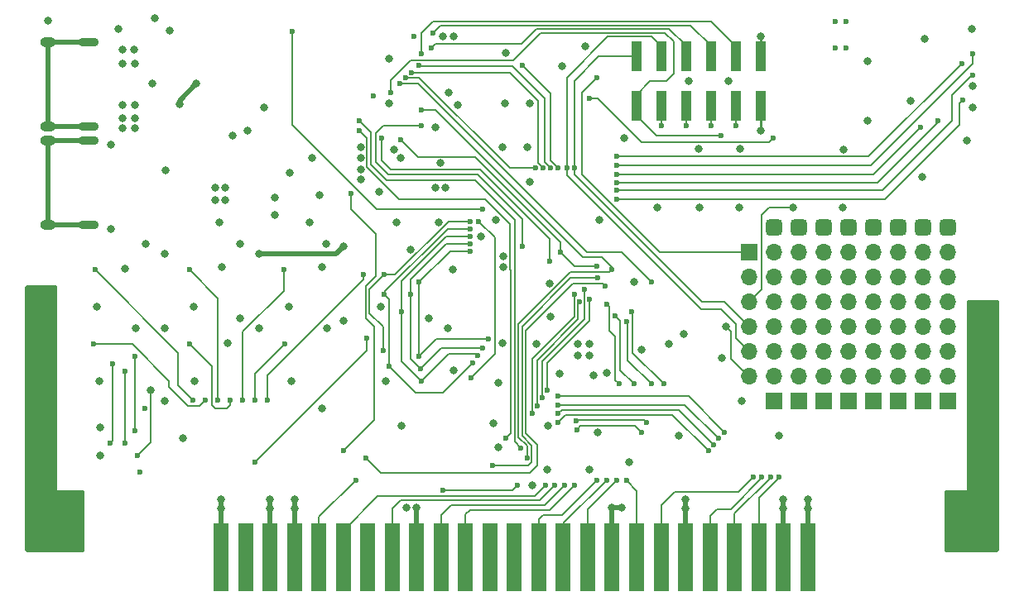
<source format=gbl>
G04 #@! TF.GenerationSoftware,KiCad,Pcbnew,(6.0.7)*
G04 #@! TF.CreationDate,2022-08-14T23:11:46+02:00*
G04 #@! TF.ProjectId,picocart64_v2,7069636f-6361-4727-9436-345f76322e6b,rev?*
G04 #@! TF.SameCoordinates,Original*
G04 #@! TF.FileFunction,Copper,L4,Bot*
G04 #@! TF.FilePolarity,Positive*
%FSLAX46Y46*%
G04 Gerber Fmt 4.6, Leading zero omitted, Abs format (unit mm)*
G04 Created by KiCad (PCBNEW (6.0.7)) date 2022-08-14 23:11:46*
%MOMM*%
%LPD*%
G01*
G04 APERTURE LIST*
G04 Aperture macros list*
%AMRoundRect*
0 Rectangle with rounded corners*
0 $1 Rounding radius*
0 $2 $3 $4 $5 $6 $7 $8 $9 X,Y pos of 4 corners*
0 Add a 4 corners polygon primitive as box body*
4,1,4,$2,$3,$4,$5,$6,$7,$8,$9,$2,$3,0*
0 Add four circle primitives for the rounded corners*
1,1,$1+$1,$2,$3*
1,1,$1+$1,$4,$5*
1,1,$1+$1,$6,$7*
1,1,$1+$1,$8,$9*
0 Add four rect primitives between the rounded corners*
20,1,$1+$1,$2,$3,$4,$5,0*
20,1,$1+$1,$4,$5,$6,$7,0*
20,1,$1+$1,$6,$7,$8,$9,0*
20,1,$1+$1,$8,$9,$2,$3,0*%
G04 Aperture macros list end*
G04 #@! TA.AperFunction,ComponentPad*
%ADD10O,1.600000X1.000000*%
G04 #@! TD*
G04 #@! TA.AperFunction,ComponentPad*
%ADD11O,2.100000X0.900000*%
G04 #@! TD*
G04 #@! TA.AperFunction,ComponentPad*
%ADD12C,2.500000*%
G04 #@! TD*
G04 #@! TA.AperFunction,ComponentPad*
%ADD13O,1.700000X1.700000*%
G04 #@! TD*
G04 #@! TA.AperFunction,ComponentPad*
%ADD14R,1.700000X1.700000*%
G04 #@! TD*
G04 #@! TA.AperFunction,ComponentPad*
%ADD15RoundRect,0.425000X-0.425000X-0.425000X0.425000X-0.425000X0.425000X0.425000X-0.425000X0.425000X0*%
G04 #@! TD*
G04 #@! TA.AperFunction,SMDPad,CuDef*
%ADD16R,1.500000X7.000000*%
G04 #@! TD*
G04 #@! TA.AperFunction,SMDPad,CuDef*
%ADD17R,1.000000X3.150000*%
G04 #@! TD*
G04 #@! TA.AperFunction,ViaPad*
%ADD18C,0.800000*%
G04 #@! TD*
G04 #@! TA.AperFunction,ViaPad*
%ADD19C,0.600000*%
G04 #@! TD*
G04 #@! TA.AperFunction,Conductor*
%ADD20C,0.150000*%
G04 #@! TD*
G04 #@! TA.AperFunction,Conductor*
%ADD21C,0.152400*%
G04 #@! TD*
G04 #@! TA.AperFunction,Conductor*
%ADD22C,0.500000*%
G04 #@! TD*
G04 #@! TA.AperFunction,Conductor*
%ADD23C,0.250000*%
G04 #@! TD*
G04 APERTURE END LIST*
D10*
X102524000Y-72174600D03*
D11*
X106704000Y-63534600D03*
D10*
X102524000Y-63534600D03*
D11*
X106704000Y-72174600D03*
D10*
X102532600Y-82270800D03*
X102532600Y-73630800D03*
D11*
X106712600Y-73630800D03*
X106712600Y-82270800D03*
D12*
X102850000Y-112600000D03*
X197650000Y-112600000D03*
D13*
X174257000Y-97777000D03*
X174257000Y-95237000D03*
X174257000Y-92697000D03*
X174257000Y-90157000D03*
X174257000Y-87617000D03*
D14*
X174257000Y-85077000D03*
X179337000Y-100317000D03*
X194577000Y-100317000D03*
X176797000Y-100317000D03*
X181877000Y-100317000D03*
X186957000Y-100317000D03*
X192037000Y-100317000D03*
X184417000Y-100317000D03*
X189497000Y-100317000D03*
D15*
X181877000Y-82537000D03*
X179337000Y-82537000D03*
X184417000Y-82537000D03*
X194577000Y-82537000D03*
X176797000Y-82537000D03*
X186957000Y-82537000D03*
X192037000Y-82537000D03*
X189497000Y-82537000D03*
D13*
X176797000Y-92697000D03*
X192037000Y-95237000D03*
X186957000Y-92697000D03*
X184417000Y-95237000D03*
X176797000Y-85077000D03*
X194577000Y-87617000D03*
X184417000Y-87617000D03*
X194577000Y-90157000D03*
X189497000Y-97777000D03*
X179337000Y-87617000D03*
X194577000Y-92697000D03*
X189497000Y-87617000D03*
X189497000Y-92697000D03*
X181877000Y-95237000D03*
X189497000Y-95237000D03*
X184417000Y-92697000D03*
X189497000Y-90157000D03*
X179337000Y-90157000D03*
X192037000Y-90157000D03*
X186957000Y-90157000D03*
X181877000Y-87617000D03*
X181877000Y-97777000D03*
X179337000Y-95237000D03*
X179337000Y-97777000D03*
X181877000Y-92697000D03*
X179337000Y-92697000D03*
X184417000Y-85077000D03*
X192037000Y-92697000D03*
X179337000Y-85077000D03*
X186957000Y-97777000D03*
X184417000Y-90157000D03*
X192037000Y-85077000D03*
X186957000Y-87617000D03*
X181877000Y-90157000D03*
X184417000Y-97777000D03*
X186957000Y-85077000D03*
X181877000Y-85077000D03*
X176797000Y-87617000D03*
X176797000Y-95237000D03*
X192037000Y-87617000D03*
X176797000Y-90157000D03*
X176797000Y-97777000D03*
X189497000Y-85077000D03*
X194577000Y-95237000D03*
X192037000Y-97777000D03*
X194577000Y-97777000D03*
X186957000Y-95237000D03*
X194577000Y-85077000D03*
D16*
X180241000Y-116332000D03*
X177741000Y-116332000D03*
X175241000Y-116332000D03*
X172741000Y-116332000D03*
X170241000Y-116332000D03*
X167741000Y-116332000D03*
X165241000Y-116332000D03*
X162741000Y-116332000D03*
X160241000Y-116332000D03*
X157741000Y-116332000D03*
X155241000Y-116332000D03*
X152741000Y-116332000D03*
X150241000Y-116332000D03*
X147741000Y-116332000D03*
X145241000Y-116332000D03*
X142741000Y-116332000D03*
X140241000Y-116332000D03*
X137741000Y-116332000D03*
X135241000Y-116332000D03*
X132741000Y-116332000D03*
X130241000Y-116332000D03*
X127741000Y-116332000D03*
X125241000Y-116332000D03*
X122741000Y-116332000D03*
X120241000Y-116332000D03*
D17*
X162700000Y-65026000D03*
X162700000Y-70076000D03*
X165240000Y-65026000D03*
X165240000Y-70076000D03*
X167780000Y-65026000D03*
X167780000Y-70076000D03*
X170320000Y-65026000D03*
X170320000Y-70076000D03*
X172860000Y-65026000D03*
X172860000Y-70076000D03*
X175400000Y-65026000D03*
X175400000Y-70076000D03*
D18*
X173311000Y-74519000D03*
X169120000Y-74519000D03*
X158909200Y-81758000D03*
X130569000Y-101079000D03*
X148603000Y-105016000D03*
X153556000Y-107302000D03*
X157874000Y-107302000D03*
X161938000Y-106540000D03*
X177305000Y-103873000D03*
X173495000Y-100317000D03*
X167018000Y-103873000D03*
X148603000Y-98412000D03*
X144031000Y-97142000D03*
X138189000Y-82029000D03*
X129299000Y-82029000D03*
X120028000Y-82029000D03*
X130315000Y-79235000D03*
X129553000Y-75425000D03*
X136411000Y-78854000D03*
X151778000Y-77838000D03*
X148349000Y-81775000D03*
X146825000Y-83426000D03*
X110376000Y-86728000D03*
X107836000Y-102984000D03*
X116345000Y-104127000D03*
X152032000Y-108953000D03*
X148095000Y-102603000D03*
X138697000Y-102857000D03*
X120917000Y-94348000D03*
X130569000Y-86601000D03*
X120282000Y-86601000D03*
X114541600Y-76695000D03*
X124600000Y-70218000D03*
X137427000Y-65265000D03*
X155080000Y-66027000D03*
X183909000Y-74536000D03*
X190767000Y-69583000D03*
X191910000Y-77330000D03*
X183782000Y-80505000D03*
X173241000Y-80505000D03*
X169177000Y-80505000D03*
X164859000Y-80505000D03*
X142507000Y-82029000D03*
D19*
X150508000Y-108953000D03*
D18*
X140221000Y-111239000D03*
X139205000Y-111239000D03*
X152518000Y-94453000D03*
X110200000Y-72341400D03*
X110200000Y-71341400D03*
X111400000Y-71341400D03*
X111400000Y-72341400D03*
X102108000Y-105156000D03*
X180250000Y-111350000D03*
X180250000Y-110400000D03*
X177750000Y-111350000D03*
X177750000Y-110400000D03*
X167750000Y-110400000D03*
X167750000Y-111350000D03*
X127750000Y-111350000D03*
X127750000Y-110400000D03*
X149365000Y-64630000D03*
X142126000Y-72250000D03*
X139586000Y-84823000D03*
X120637600Y-79743000D03*
X125235000Y-110395916D03*
X114948000Y-62344000D03*
X102502000Y-61328000D03*
X198000000Y-108000000D03*
X107836000Y-105905000D03*
X127464000Y-98285000D03*
X142126000Y-78473000D03*
X144412000Y-69964000D03*
X107779000Y-98285000D03*
X110179000Y-64341400D03*
X121399600Y-73139000D03*
X120637600Y-78473000D03*
X158763000Y-103492000D03*
X141491000Y-91808000D03*
X161430000Y-73393000D03*
X168034000Y-67551000D03*
X143142000Y-78473000D03*
X151778000Y-69837000D03*
X172098000Y-67551000D03*
X122949000Y-72631000D03*
X125235000Y-111345916D03*
X111379000Y-64341400D03*
X127210000Y-90665000D03*
X197117000Y-70218000D03*
X153810000Y-88252000D03*
X166002000Y-94475000D03*
X134506000Y-77584000D03*
X167526000Y-93459000D03*
X153683000Y-102857000D03*
X109741000Y-62217000D03*
X117431000Y-90665000D03*
X119621600Y-79743000D03*
X148984000Y-94348000D03*
X111519000Y-92824000D03*
X122187000Y-84188000D03*
D19*
X135776000Y-69075000D03*
D18*
X108979000Y-74028000D03*
X157874000Y-94475000D03*
X159652000Y-97396000D03*
X157874000Y-95618000D03*
X171463000Y-95872000D03*
X120231200Y-110390600D03*
X107525000Y-90665000D03*
X120231200Y-111340600D03*
X122187000Y-91808000D03*
D19*
X184163000Y-64122000D03*
D18*
X156731000Y-95618000D03*
X186322000Y-71615000D03*
X157493000Y-63995000D03*
X186322000Y-65519000D03*
X196482000Y-73647000D03*
X162446000Y-88125000D03*
X175400000Y-72631000D03*
X119621600Y-78473000D03*
X131077000Y-92824000D03*
X130950000Y-84188000D03*
X134506000Y-75425000D03*
X137116000Y-98285000D03*
X134506000Y-74282000D03*
X198000000Y-109000000D03*
D19*
X112408000Y-101079000D03*
D18*
X113170000Y-67805000D03*
X151524000Y-74282000D03*
X192164000Y-63233000D03*
X117558000Y-98285000D03*
D19*
X183020000Y-64122000D03*
D18*
X144031000Y-62979000D03*
X136538000Y-90665000D03*
X112535000Y-84188000D03*
X134506000Y-76568000D03*
X156731000Y-94475000D03*
X108979000Y-82664000D03*
X102108000Y-106680000D03*
X196990000Y-62217000D03*
X142888000Y-62979000D03*
X114440000Y-85204000D03*
X143904000Y-86855000D03*
X138570000Y-75425000D03*
X143396000Y-92824000D03*
D19*
X184163000Y-61455000D03*
X139967000Y-62979000D03*
D18*
X153937000Y-91681000D03*
X114440000Y-100317000D03*
X125743000Y-79489000D03*
X142689063Y-75899500D03*
X163208000Y-95104500D03*
X137427000Y-69837000D03*
X132728000Y-92062000D03*
X149238000Y-69837000D03*
X124092000Y-85204000D03*
X149111000Y-86601000D03*
X143523000Y-68694000D03*
D19*
X111900000Y-107556000D03*
D18*
X114440000Y-92824000D03*
X175400000Y-62979000D03*
X158300619Y-97667019D03*
X154894290Y-97495738D03*
X137935000Y-74536000D03*
D19*
X183020000Y-61455000D03*
D18*
X125743000Y-81267000D03*
X124092000Y-92824000D03*
X113424000Y-61074000D03*
X197117000Y-68059000D03*
X149144500Y-85458000D03*
X148984000Y-74282000D03*
X132729855Y-84442530D03*
X115964000Y-69938600D03*
X117722100Y-67805000D03*
X110200000Y-65741400D03*
X111400000Y-70041400D03*
X110200000Y-70041400D03*
X111400000Y-65741400D03*
D19*
X197117000Y-64757000D03*
X160668000Y-76187000D03*
X195974000Y-65773000D03*
X160668000Y-75272600D03*
X197117000Y-66916000D03*
X160668000Y-78727000D03*
X196101000Y-69456000D03*
X160668000Y-79616000D03*
X193561000Y-71615000D03*
X160668000Y-77965000D03*
X191783000Y-72250000D03*
X160668000Y-77076000D03*
D18*
X161176000Y-111239000D03*
X127267000Y-76949000D03*
X160241000Y-111252000D03*
D19*
X174638000Y-108064000D03*
X175527000Y-108064000D03*
X176416000Y-108064000D03*
X177305000Y-108064000D03*
X162446000Y-98539000D03*
X160541000Y-91554000D03*
X159652000Y-90411000D03*
X160922000Y-98539000D03*
X158636000Y-108445000D03*
X159652000Y-108445000D03*
X160668000Y-108445000D03*
X161684000Y-108445000D03*
X150895500Y-105143000D03*
X134379000Y-71615000D03*
X160160000Y-86855000D03*
X151524000Y-106159000D03*
X140729000Y-70472000D03*
X153429000Y-108953000D03*
X154318000Y-108953000D03*
X155334000Y-108953000D03*
X156350000Y-108953000D03*
X154699000Y-102476000D03*
X170066000Y-105397000D03*
X170574000Y-104762000D03*
X154699000Y-101587000D03*
X171082000Y-104127000D03*
X154699000Y-100698000D03*
X154699000Y-99809000D03*
X171717000Y-103492000D03*
X163218500Y-103492000D03*
X156604000Y-103238000D03*
X163716000Y-102476000D03*
X156594500Y-102349000D03*
X161684000Y-92189000D03*
X164224000Y-98539000D03*
X162192000Y-91173000D03*
X165494000Y-98539000D03*
X142888000Y-109461000D03*
X147968000Y-106921000D03*
X158763000Y-87738000D03*
X149365000Y-104127000D03*
X134379000Y-72631000D03*
X145809000Y-97904000D03*
X146571000Y-81902000D03*
X146952000Y-80632000D03*
X127521000Y-62471000D03*
X145682000Y-81902000D03*
X136792000Y-95110002D03*
X136919000Y-87363000D03*
X137427000Y-96761000D03*
X108852000Y-104635000D03*
X145936000Y-96380000D03*
X109106000Y-96507000D03*
X136919000Y-89395000D03*
X145682000Y-82664000D03*
X138697000Y-91173000D03*
D18*
X113043000Y-99174000D03*
D19*
X146444000Y-95618000D03*
X140729000Y-98285000D03*
X145682000Y-83426000D03*
X111646000Y-105905000D03*
X140602000Y-97015000D03*
X145682000Y-84188000D03*
X139586000Y-89395000D03*
X110376000Y-104635000D03*
X110376000Y-97269000D03*
X146952000Y-94856000D03*
X145682000Y-84950000D03*
X140475000Y-88125000D03*
X111392000Y-103365000D03*
X111392000Y-95745000D03*
X140475000Y-95745000D03*
X147587000Y-93967000D03*
X107328000Y-86855000D03*
X117361000Y-100190000D03*
X107201000Y-94475000D03*
X118631000Y-100190000D03*
X119901000Y-100190000D03*
X116980000Y-86855000D03*
X116980000Y-94475000D03*
X121171000Y-100190000D03*
X122441000Y-100190000D03*
X126632000Y-86855000D03*
X123711000Y-100190000D03*
X126759000Y-94475000D03*
X134760000Y-87363000D03*
X124981000Y-100190000D03*
X154699000Y-76441000D03*
X151016000Y-65900000D03*
X157880500Y-89903000D03*
X153556000Y-99174000D03*
X153937000Y-76441000D03*
X157401000Y-88887000D03*
X140475000Y-65900000D03*
X153048000Y-99936000D03*
X156858000Y-90157000D03*
X153175000Y-76441000D03*
X152540000Y-100825000D03*
X139713000Y-66662000D03*
X139078000Y-67170000D03*
X152032000Y-101587000D03*
X156397500Y-89395000D03*
X152413000Y-76441000D03*
X158636000Y-67170000D03*
X157874000Y-69329000D03*
X176670000Y-73393000D03*
D18*
X178702000Y-80505000D03*
D19*
X156350000Y-76441000D03*
X155588000Y-76441000D03*
D18*
X171844000Y-92697000D03*
D19*
X137554000Y-68694000D03*
X171336000Y-73139000D03*
X159525000Y-88506000D03*
X135014000Y-106159000D03*
X133998000Y-108445000D03*
X133490000Y-79091500D03*
X132728000Y-105397000D03*
X164224000Y-88125000D03*
X172860000Y-72123000D03*
X138564285Y-67810715D03*
X165240000Y-72123000D03*
X158636000Y-86474000D03*
X138570000Y-73520000D03*
X154953000Y-85077000D03*
X140729000Y-64757000D03*
X136665000Y-73393000D03*
X153810000Y-85966000D03*
X140729500Y-72123000D03*
X151016000Y-84442000D03*
X135141000Y-93840000D03*
X123711000Y-106540000D03*
X170320000Y-72123000D03*
X167780000Y-72123000D03*
X141872000Y-62598000D03*
X141745000Y-64122000D03*
D20*
X160160000Y-86855000D02*
X159906000Y-87109000D01*
X159906000Y-87109000D02*
X155969000Y-87109000D01*
X155969000Y-87109000D02*
X150635000Y-92443000D01*
X150635000Y-92443000D02*
X150635000Y-104022782D01*
X150635000Y-104022782D02*
X151524000Y-104911782D01*
X151524000Y-104911782D02*
X151524000Y-106159000D01*
D21*
X159525000Y-88506000D02*
X159271000Y-88252000D01*
X152540000Y-106921000D02*
X151778000Y-107683000D01*
X159271000Y-88252000D02*
X156223000Y-88252000D01*
X156223000Y-88252000D02*
X151397000Y-93078000D01*
X151397000Y-93078000D02*
X151397000Y-103619000D01*
X151397000Y-103619000D02*
X152540000Y-104762000D01*
X151778000Y-107683000D02*
X136538000Y-107683000D01*
X152540000Y-104762000D02*
X152540000Y-106921000D01*
X136538000Y-107683000D02*
X135014000Y-106159000D01*
D20*
X157880500Y-89903000D02*
X157880500Y-92060869D01*
X157880500Y-92060869D02*
X153556000Y-96385369D01*
X153556000Y-96385369D02*
X153556000Y-99174000D01*
X158763000Y-87738000D02*
X155975000Y-87738000D01*
X155975000Y-87738000D02*
X151016000Y-92697000D01*
X151016000Y-92697000D02*
X151016000Y-103849956D01*
X152026000Y-106546000D02*
X151651000Y-106921000D01*
X151016000Y-103849956D02*
X152026000Y-104859956D01*
X152026000Y-104859956D02*
X152026000Y-106546000D01*
X151651000Y-106921000D02*
X147968000Y-106921000D01*
X136665000Y-73393000D02*
X136665000Y-75679000D01*
X136665000Y-75679000D02*
X137554000Y-76568000D01*
X137554000Y-76568000D02*
X146698000Y-76568000D01*
X146698000Y-76568000D02*
X153810000Y-83680000D01*
X153810000Y-83680000D02*
X153810000Y-85966000D01*
X151016000Y-84442000D02*
X151016000Y-81648000D01*
X151016000Y-81648000D02*
X146444000Y-77076000D01*
X146444000Y-77076000D02*
X137300000Y-77076000D01*
X137300000Y-77076000D02*
X136030000Y-75806000D01*
X136030000Y-72885000D02*
X136792000Y-72123000D01*
X136792000Y-72123000D02*
X140729500Y-72123000D01*
X136030000Y-75806000D02*
X136030000Y-72885000D01*
X134379000Y-71615000D02*
X135522000Y-72758000D01*
X135522000Y-72758000D02*
X135522000Y-76060000D01*
X150254000Y-81775000D02*
X150254000Y-104501500D01*
X135522000Y-76060000D02*
X137173000Y-77711000D01*
X137173000Y-77711000D02*
X146190000Y-77711000D01*
X146190000Y-77711000D02*
X150254000Y-81775000D01*
X150254000Y-104501500D02*
X150895500Y-105143000D01*
X134379000Y-72631000D02*
X135141000Y-73393000D01*
X135141000Y-73393000D02*
X135141000Y-76314000D01*
X138443000Y-79616000D02*
X147206000Y-79616000D01*
X135141000Y-76314000D02*
X138443000Y-79616000D01*
X147206000Y-79616000D02*
X149746500Y-82156500D01*
X149746500Y-82156500D02*
X149746500Y-86816857D01*
X149746500Y-86816857D02*
X149873000Y-86943357D01*
X149873000Y-86943357D02*
X149873000Y-103619000D01*
X149873000Y-103619000D02*
X149365000Y-104127000D01*
X136157000Y-80632000D02*
X127521000Y-71996000D01*
X127521000Y-71996000D02*
X127521000Y-62471000D01*
X146952000Y-80632000D02*
X136157000Y-80632000D01*
X162700000Y-70076000D02*
X162700000Y-68948000D01*
X162700000Y-68948000D02*
X164097000Y-67551000D01*
X166510000Y-66789000D02*
X166510000Y-63487000D01*
X150127000Y-65392000D02*
X139586000Y-65392000D01*
X139586000Y-65392000D02*
X137554000Y-67424000D01*
X164097000Y-67551000D02*
X165748000Y-67551000D01*
X165748000Y-67551000D02*
X166510000Y-66789000D01*
X166510000Y-63487000D02*
X165621000Y-62598000D01*
X165621000Y-62598000D02*
X152921000Y-62598000D01*
X152921000Y-62598000D02*
X150127000Y-65392000D01*
X137554000Y-67424000D02*
X137554000Y-68694000D01*
X171844000Y-92697000D02*
X172352000Y-93205000D01*
X172352000Y-93205000D02*
X172352000Y-95999000D01*
X172352000Y-95999000D02*
X174130000Y-97777000D01*
X174130000Y-97777000D02*
X174257000Y-97777000D01*
X160160000Y-86855000D02*
X160160000Y-86601000D01*
X142126000Y-70472000D02*
X140729000Y-70472000D01*
X157239000Y-85585000D02*
X142126000Y-70472000D01*
X160160000Y-86601000D02*
X159144000Y-85585000D01*
X159144000Y-85585000D02*
X157239000Y-85585000D01*
D22*
X127741000Y-116332000D02*
X127741000Y-110409000D01*
X127741000Y-110409000D02*
X127750000Y-110400000D01*
X177741000Y-110409000D02*
X177750000Y-110400000D01*
X125241000Y-116332000D02*
X125241000Y-110401916D01*
X180241000Y-116332000D02*
X180241000Y-110409000D01*
X180241000Y-110409000D02*
X180250000Y-110400000D01*
X167741000Y-116332000D02*
X167741000Y-110409000D01*
X125241000Y-110401916D02*
X125235000Y-110395916D01*
X120241000Y-110400400D02*
X120231200Y-110390600D01*
X120241000Y-116332000D02*
X120241000Y-110400400D01*
X167741000Y-110409000D02*
X167750000Y-110400000D01*
X177741000Y-116332000D02*
X177741000Y-110409000D01*
D23*
X175400000Y-70076000D02*
X175400000Y-72631000D01*
D22*
X124092000Y-85204000D02*
X131968385Y-85204000D01*
X131968385Y-85204000D02*
X132729855Y-84442530D01*
D23*
X175400000Y-65026000D02*
X175400000Y-62979000D01*
D22*
X115964000Y-69938600D02*
X115964000Y-69563100D01*
X115964000Y-69563100D02*
X117722100Y-67805000D01*
X106704000Y-72174600D02*
X102524000Y-72174600D01*
X102524000Y-63534600D02*
X106704000Y-63534600D01*
X102524000Y-72174600D02*
X102524000Y-63534600D01*
D20*
X186703000Y-76187000D02*
X195847000Y-67043000D01*
X160668000Y-76187000D02*
X186703000Y-76187000D01*
X197117000Y-65773000D02*
X197117000Y-64757000D01*
X195847000Y-67043000D02*
X197117000Y-65773000D01*
X195974000Y-65773000D02*
X186474400Y-75272600D01*
X186474400Y-75272600D02*
X160668000Y-75272600D01*
X196990000Y-66916000D02*
X194958000Y-68948000D01*
X194958000Y-68948000D02*
X194958000Y-71615000D01*
X197117000Y-66916000D02*
X196990000Y-66916000D01*
X194958000Y-71615000D02*
X187846000Y-78727000D01*
X187846000Y-78727000D02*
X160668000Y-78727000D01*
X195720000Y-71996000D02*
X188100000Y-79616000D01*
X188100000Y-79616000D02*
X160668000Y-79616000D01*
X196101000Y-69456000D02*
X195720000Y-69837000D01*
X195720000Y-69837000D02*
X195720000Y-71996000D01*
X193561000Y-71615000D02*
X193561000Y-71742000D01*
X193561000Y-71742000D02*
X187338000Y-77965000D01*
X187338000Y-77965000D02*
X160668000Y-77965000D01*
X186957000Y-77076000D02*
X160668000Y-77076000D01*
X191783000Y-72250000D02*
X186957000Y-77076000D01*
D22*
X160241000Y-116332000D02*
X160241000Y-111252000D01*
X160241000Y-111252000D02*
X160254000Y-111239000D01*
X160254000Y-111239000D02*
X161176000Y-111239000D01*
X140241000Y-116332000D02*
X140241000Y-111259000D01*
X106712600Y-73630800D02*
X102532600Y-73630800D01*
X102532600Y-82270800D02*
X106712600Y-82270800D01*
X102532600Y-73630800D02*
X102532600Y-82270800D01*
D20*
X174638000Y-108064000D02*
X173114000Y-109588000D01*
X173114000Y-109588000D02*
X166637000Y-109588000D01*
X165241000Y-110984000D02*
X165241000Y-116332000D01*
X166637000Y-109588000D02*
X165241000Y-110984000D01*
X175527000Y-108191000D02*
X172352000Y-111366000D01*
X175527000Y-108064000D02*
X175527000Y-108191000D01*
X170241000Y-112080000D02*
X170241000Y-116332000D01*
X170955000Y-111366000D02*
X170241000Y-112080000D01*
X172352000Y-111366000D02*
X170955000Y-111366000D01*
X172741000Y-111866000D02*
X172741000Y-116332000D01*
X176416000Y-108191000D02*
X172741000Y-111866000D01*
X176416000Y-108064000D02*
X176416000Y-108191000D01*
D21*
X177305000Y-108064000D02*
X177305000Y-108191000D01*
X175241000Y-110255000D02*
X175241000Y-116332000D01*
X177305000Y-108191000D02*
X175241000Y-110255000D01*
X160541000Y-91554000D02*
X161049000Y-92062000D01*
X161049000Y-97142000D02*
X162446000Y-98539000D01*
X161049000Y-92062000D02*
X161049000Y-97142000D01*
X159906000Y-93078000D02*
X160541000Y-93713000D01*
X160541000Y-93713000D02*
X160541000Y-98158000D01*
X159652000Y-90411000D02*
X159906000Y-90665000D01*
X159906000Y-90665000D02*
X159906000Y-93078000D01*
X160541000Y-98158000D02*
X160922000Y-98539000D01*
D20*
X155080000Y-112001000D02*
X158636000Y-108445000D01*
X153175000Y-112001000D02*
X155080000Y-112001000D01*
X152741000Y-116332000D02*
X152741000Y-112435000D01*
X152741000Y-112435000D02*
X153175000Y-112001000D01*
X159652000Y-108445000D02*
X159652002Y-108445000D01*
D21*
X155241000Y-116332000D02*
X155241000Y-112856002D01*
X155241000Y-112856002D02*
X159652002Y-108445000D01*
X157741000Y-111372001D02*
X160668002Y-108444999D01*
X157741000Y-116332000D02*
X157741000Y-111372001D01*
D20*
X160668000Y-108445000D02*
X160668002Y-108444999D01*
D21*
X162741000Y-109502000D02*
X161684000Y-108445000D01*
X162741000Y-116332000D02*
X162741000Y-109502000D01*
X152318300Y-110063700D02*
X136259300Y-110063700D01*
X132741000Y-113582000D02*
X132741000Y-116332000D01*
X153429000Y-108953000D02*
X152318300Y-110063700D01*
X136259300Y-110063700D02*
X132741000Y-113582000D01*
X137741000Y-116332000D02*
X137741000Y-111306000D01*
D20*
X154318000Y-108953000D02*
X152794000Y-110477000D01*
X152794000Y-110477000D02*
X138570000Y-110477000D01*
D21*
X137741000Y-111306000D02*
X138570000Y-110477000D01*
X143777000Y-110985000D02*
X153302000Y-110985000D01*
X142741000Y-116332000D02*
X142741000Y-112021000D01*
X153302000Y-110985000D02*
X155334000Y-108953000D01*
X142741000Y-112021000D02*
X143777000Y-110985000D01*
X145241000Y-111934000D02*
X145682000Y-111493000D01*
X145682000Y-111493000D02*
X153810000Y-111493000D01*
X153810000Y-111493000D02*
X156350000Y-108953000D01*
X145241000Y-116332000D02*
X145241000Y-111934000D01*
D20*
X155461000Y-101714000D02*
X166383000Y-101714000D01*
X154699000Y-102476000D02*
X155461000Y-101714000D01*
X166383000Y-101714000D02*
X170066000Y-105397000D01*
X155080000Y-101206000D02*
X167018000Y-101206000D01*
X167018000Y-101206000D02*
X170574000Y-104762000D01*
X154699000Y-101587000D02*
X155080000Y-101206000D01*
X167653000Y-100698000D02*
X171082000Y-104127000D01*
X154699000Y-100698000D02*
X167653000Y-100698000D01*
X168034000Y-99809000D02*
X171717000Y-103492000D01*
X154699000Y-99809000D02*
X168034000Y-99809000D01*
X156985000Y-102857000D02*
X156604000Y-103238000D01*
X162583500Y-102857000D02*
X156985000Y-102857000D01*
X163218500Y-103492000D02*
X162583500Y-102857000D01*
X156721500Y-102222000D02*
X156594500Y-102349000D01*
X163716000Y-102476000D02*
X163462000Y-102222000D01*
X163462000Y-102222000D02*
X156721500Y-102222000D01*
X161811000Y-96126000D02*
X164224000Y-98539000D01*
X161811000Y-92316000D02*
X161811000Y-96126000D01*
X161684000Y-92189000D02*
X161811000Y-92316000D01*
X162192000Y-91173000D02*
X162319000Y-91300000D01*
X162319000Y-95364000D02*
X165494000Y-98539000D01*
X162319000Y-91300000D02*
X162319000Y-95364000D01*
X150000000Y-109461000D02*
X142888000Y-109461000D01*
X150508000Y-108953000D02*
X150000000Y-109461000D01*
X148222000Y-95491000D02*
X145809000Y-97904000D01*
X148222000Y-83553000D02*
X148222000Y-95491000D01*
X146571000Y-81902000D02*
X148222000Y-83553000D01*
X135395000Y-91300000D02*
X136792000Y-92697000D01*
X143520315Y-81902000D02*
X138059315Y-87363000D01*
X138059315Y-87363000D02*
X136919000Y-87363000D01*
X136792000Y-92697000D02*
X136792000Y-95110002D01*
X136919000Y-87363000D02*
X135395000Y-88887000D01*
X135395000Y-88887000D02*
X135395000Y-91300000D01*
X145682000Y-81902000D02*
X143520315Y-81902000D01*
X140094000Y-99428000D02*
X142888000Y-99428000D01*
X137427000Y-96761000D02*
X137427000Y-89903000D01*
X137427000Y-89903000D02*
X136919000Y-89395000D01*
X142888000Y-99428000D02*
X145936000Y-96380000D01*
X136919000Y-89141000D02*
X136919000Y-89395000D01*
X145682000Y-82664000D02*
X143396000Y-82664000D01*
X109106000Y-96507000D02*
X109106000Y-104381000D01*
X109106000Y-104381000D02*
X108852000Y-104635000D01*
X143396000Y-82664000D02*
X136919000Y-89141000D01*
X137427000Y-96761000D02*
X140094000Y-99428000D01*
X146317000Y-95491000D02*
X146444000Y-95618000D01*
X113043000Y-104508000D02*
X111646000Y-105905000D01*
X138697000Y-96253000D02*
X138697000Y-91173000D01*
X143279738Y-83426000D02*
X138697000Y-88008738D01*
X140729000Y-98285000D02*
X143523000Y-95491000D01*
X145682000Y-83426000D02*
X143279738Y-83426000D01*
X138697000Y-88008738D02*
X138697000Y-91173000D01*
X143523000Y-95491000D02*
X146317000Y-95491000D01*
X140729000Y-98285000D02*
X138697000Y-96253000D01*
X113043000Y-99174000D02*
X113043000Y-104508000D01*
X139586000Y-87871000D02*
X139586000Y-89395000D01*
X143269000Y-84188000D02*
X139586000Y-87871000D01*
X139586000Y-89395000D02*
X139586000Y-95999000D01*
X110376000Y-97269000D02*
X110376000Y-104635000D01*
X139586000Y-95999000D02*
X140602000Y-97015000D01*
X145682000Y-84188000D02*
X143269000Y-84188000D01*
X140602000Y-97015000D02*
X142761000Y-94856000D01*
X142761000Y-94856000D02*
X146952000Y-94856000D01*
X145682000Y-84950000D02*
X143650000Y-84950000D01*
X143650000Y-84950000D02*
X140475000Y-88125000D01*
X140475000Y-88125000D02*
X140475000Y-95745000D01*
X142253000Y-93967000D02*
X147587000Y-93967000D01*
X111392000Y-95745000D02*
X111392000Y-103365000D01*
X140475000Y-95745000D02*
X142253000Y-93967000D01*
X115837000Y-95364000D02*
X107328000Y-86855000D01*
X115837000Y-98666000D02*
X115837000Y-95364000D01*
X117361000Y-100190000D02*
X115837000Y-98666000D01*
X116853000Y-100825000D02*
X114914500Y-98886500D01*
X114914500Y-98251500D02*
X111138000Y-94475000D01*
X117996000Y-100825000D02*
X116853000Y-100825000D01*
X118631000Y-100190000D02*
X117996000Y-100825000D01*
X114914500Y-98886500D02*
X114914500Y-98251500D01*
X111138000Y-94475000D02*
X107201000Y-94475000D01*
X119901000Y-89776000D02*
X116980000Y-86855000D01*
X119901000Y-100190000D02*
X119901000Y-89776000D01*
X119647000Y-101079000D02*
X119266000Y-100698000D01*
X120790000Y-101079000D02*
X119647000Y-101079000D01*
X119266000Y-100698000D02*
X119266000Y-96761000D01*
X119266000Y-96761000D02*
X116980000Y-94475000D01*
X121171000Y-100190000D02*
X121171000Y-100698000D01*
X121171000Y-100698000D02*
X120790000Y-101079000D01*
X122441000Y-93205000D02*
X126632000Y-89014000D01*
X126632000Y-89014000D02*
X126632000Y-86855000D01*
X122441000Y-100190000D02*
X122441000Y-93205000D01*
X123711000Y-100190000D02*
X123711000Y-97523000D01*
X123711000Y-97523000D02*
X126759000Y-94475000D01*
X134760000Y-87871000D02*
X124981000Y-97650000D01*
X124981000Y-97650000D02*
X124981000Y-100190000D01*
X134760000Y-87363000D02*
X134760000Y-87871000D01*
X153937000Y-75679000D02*
X153937000Y-68821000D01*
X153937000Y-68821000D02*
X151016000Y-65900000D01*
X154699000Y-76441000D02*
X153937000Y-75679000D01*
X157372000Y-91939738D02*
X153048000Y-96263738D01*
X153048000Y-96263738D02*
X153048000Y-99936000D01*
X153937000Y-76441000D02*
X153302000Y-75806000D01*
X150000000Y-66027000D02*
X140602000Y-66027000D01*
X153302000Y-69329000D02*
X150000000Y-66027000D01*
X140602000Y-66027000D02*
X140475000Y-65900000D01*
X153302000Y-75806000D02*
X153302000Y-69329000D01*
X157401000Y-88887000D02*
X157372000Y-88916000D01*
X157372000Y-88916000D02*
X157372000Y-91939738D01*
X156731000Y-90284000D02*
X156731000Y-91935000D01*
X156858000Y-90157000D02*
X156731000Y-90284000D01*
X156731000Y-91935000D02*
X152540000Y-96126000D01*
X149746000Y-66662000D02*
X139713000Y-66662000D01*
X152540000Y-96126000D02*
X152540000Y-100825000D01*
X152667000Y-75933000D02*
X152667000Y-69583000D01*
X153175000Y-76441000D02*
X152667000Y-75933000D01*
X152667000Y-69583000D02*
X149746000Y-66662000D01*
X156350000Y-91681000D02*
X152032000Y-95999000D01*
X149746000Y-76441000D02*
X140475000Y-67170000D01*
X152413000Y-76441000D02*
X149746000Y-76441000D01*
X152032000Y-95999000D02*
X152032000Y-101587000D01*
X140475000Y-67170000D02*
X139078000Y-67170000D01*
X156397500Y-89395000D02*
X156350000Y-89442500D01*
X156350000Y-89442500D02*
X156350000Y-91681000D01*
X157112000Y-77076000D02*
X165113000Y-85077000D01*
X157112000Y-68694000D02*
X157112000Y-77076000D01*
X158636000Y-67170000D02*
X157112000Y-68694000D01*
X165113000Y-85077000D02*
X174257000Y-85077000D01*
X158763000Y-69329000D02*
X163208000Y-73774000D01*
X176289000Y-73774000D02*
X176670000Y-73393000D01*
X157874000Y-69329000D02*
X158763000Y-69329000D01*
X163208000Y-73774000D02*
X176289000Y-73774000D01*
X176289000Y-80505000D02*
X175527000Y-81267000D01*
X178702000Y-80505000D02*
X176289000Y-80505000D01*
X175527000Y-81267000D02*
X175527000Y-88887000D01*
X175527000Y-88887000D02*
X174257000Y-90157000D01*
X156350000Y-67551000D02*
X158875000Y-65026000D01*
X156350000Y-76441000D02*
X156350000Y-77076000D01*
X158875000Y-65026000D02*
X162700000Y-65026000D01*
X169431000Y-90157000D02*
X171717000Y-90157000D01*
X156350000Y-77076000D02*
X169431000Y-90157000D01*
X171717000Y-90157000D02*
X174257000Y-92697000D01*
X156350000Y-76441000D02*
X156350000Y-67551000D01*
X155588000Y-67170000D02*
X159779000Y-62979000D01*
X171336000Y-90919000D02*
X172860000Y-92443000D01*
X172860000Y-92443000D02*
X172860000Y-93840000D01*
X172860000Y-93840000D02*
X174257000Y-95237000D01*
X164268732Y-62979000D02*
X165240000Y-63950268D01*
X165240000Y-63950268D02*
X165240000Y-65026000D01*
X155588000Y-76441000D02*
X155588000Y-67170000D01*
X155588000Y-76441000D02*
X155588000Y-77203000D01*
X155588000Y-77203000D02*
X169304000Y-90919000D01*
X169304000Y-90919000D02*
X171336000Y-90919000D01*
X159779000Y-62979000D02*
X164268732Y-62979000D01*
X171336000Y-73139000D02*
X164732000Y-73139000D01*
X164732000Y-73139000D02*
X162700000Y-71107000D01*
X162700000Y-71107000D02*
X162700000Y-70076000D01*
D21*
X130241000Y-112202000D02*
X133998000Y-108445000D01*
X130241000Y-116332000D02*
X130241000Y-112202000D01*
D20*
X135014000Y-91808000D02*
X135903000Y-92697000D01*
X136030000Y-83172000D02*
X136030000Y-87490000D01*
X133490000Y-80632000D02*
X136030000Y-83172000D01*
X135014000Y-88506000D02*
X135014000Y-91808000D01*
X136030000Y-87490000D02*
X135014000Y-88506000D01*
X133490000Y-79091500D02*
X133490000Y-80632000D01*
X135903000Y-92697000D02*
X135903000Y-102222000D01*
X135903000Y-102222000D02*
X132728000Y-105397000D01*
X140405779Y-67810715D02*
X138564285Y-67810715D01*
X161176000Y-85077000D02*
X157672064Y-85077000D01*
X157672064Y-85077000D02*
X140405779Y-67810715D01*
X172860000Y-72123000D02*
X172860000Y-70076000D01*
X164224000Y-88125000D02*
X161176000Y-85077000D01*
X154953000Y-85077000D02*
X156350000Y-86474000D01*
X146190000Y-75298000D02*
X154953000Y-84061000D01*
X140348000Y-75298000D02*
X146190000Y-75298000D01*
X165240000Y-70076000D02*
X165240000Y-72123000D01*
X138570000Y-73520000D02*
X140348000Y-75298000D01*
X154953000Y-84061000D02*
X154953000Y-85077000D01*
X156350000Y-86474000D02*
X158636000Y-86474000D01*
X172860000Y-63962304D02*
X172860000Y-65026000D01*
X140729000Y-62598000D02*
X141872000Y-61455000D01*
X140729000Y-64757000D02*
X140729000Y-62598000D01*
X170352696Y-61455000D02*
X172860000Y-63962304D01*
X141872000Y-61455000D02*
X170352696Y-61455000D01*
X135141000Y-95110000D02*
X135141000Y-93840000D01*
X123711000Y-106540000D02*
X135141000Y-95110000D01*
X170320000Y-72123000D02*
X170320000Y-70076000D01*
X167780000Y-72123000D02*
X167780000Y-70076000D01*
X168213381Y-61836000D02*
X170320000Y-63942619D01*
X170320000Y-63942619D02*
X170320000Y-65026000D01*
X142634000Y-61836000D02*
X168213381Y-61836000D01*
X141872000Y-62598000D02*
X142634000Y-61836000D01*
X167780000Y-63941742D02*
X167780000Y-65026000D01*
X142126000Y-63741000D02*
X150952500Y-63741000D01*
X141745000Y-64122000D02*
X142126000Y-63741000D01*
X150952500Y-63741000D02*
X152476500Y-62217000D01*
X152476500Y-62217000D02*
X166055258Y-62217000D01*
X166055258Y-62217000D02*
X167780000Y-63941742D01*
G04 #@! TA.AperFunction,Conductor*
G36*
X199758691Y-90018907D02*
G01*
X199794655Y-90068407D01*
X199799500Y-90099000D01*
X199799500Y-115465983D01*
X199796982Y-115488169D01*
X199794344Y-115499641D01*
X199796739Y-115510227D01*
X199795587Y-115524697D01*
X199787294Y-115577063D01*
X199777725Y-115606518D01*
X199749419Y-115662071D01*
X199731215Y-115687128D01*
X199687128Y-115731215D01*
X199662068Y-115749421D01*
X199606521Y-115777723D01*
X199577065Y-115787294D01*
X199524499Y-115795619D01*
X199510609Y-115796701D01*
X199500359Y-115794344D01*
X199489487Y-115796804D01*
X199489207Y-115796867D01*
X199488359Y-115797059D01*
X199466512Y-115799500D01*
X194534017Y-115799500D01*
X194511831Y-115796982D01*
X194511224Y-115796842D01*
X194511222Y-115796842D01*
X194500359Y-115794344D01*
X194489773Y-115796739D01*
X194475303Y-115795587D01*
X194422937Y-115787294D01*
X194393482Y-115777725D01*
X194337929Y-115749419D01*
X194312872Y-115731215D01*
X194268785Y-115687128D01*
X194250581Y-115662071D01*
X194222275Y-115606518D01*
X194212706Y-115577065D01*
X194205281Y-115530185D01*
X194204738Y-115504672D01*
X194205655Y-115500718D01*
X194205656Y-115500000D01*
X194203096Y-115488776D01*
X194202980Y-115488266D01*
X194200500Y-115466248D01*
X194200500Y-109599000D01*
X194219407Y-109540809D01*
X194268907Y-109504845D01*
X194299500Y-109500000D01*
X196500000Y-109500000D01*
X196500000Y-90099000D01*
X196518907Y-90040809D01*
X196568407Y-90004845D01*
X196599000Y-90000000D01*
X199700500Y-90000000D01*
X199758691Y-90018907D01*
G37*
G04 #@! TD.AperFunction*
G04 #@! TA.AperFunction,Conductor*
G36*
X103459191Y-88518907D02*
G01*
X103495155Y-88568407D01*
X103500000Y-88599000D01*
X103500000Y-109500000D01*
X106200500Y-109500000D01*
X106258691Y-109518907D01*
X106294655Y-109568407D01*
X106299500Y-109599000D01*
X106299500Y-115465983D01*
X106296982Y-115488169D01*
X106294344Y-115499641D01*
X106296739Y-115510227D01*
X106295587Y-115524697D01*
X106287294Y-115577063D01*
X106277725Y-115606518D01*
X106249419Y-115662071D01*
X106231215Y-115687128D01*
X106187128Y-115731215D01*
X106162068Y-115749421D01*
X106106521Y-115777723D01*
X106077065Y-115787294D01*
X106024499Y-115795619D01*
X106010609Y-115796701D01*
X106000359Y-115794344D01*
X105989487Y-115796804D01*
X105989207Y-115796867D01*
X105988359Y-115797059D01*
X105966512Y-115799500D01*
X100534017Y-115799500D01*
X100511831Y-115796982D01*
X100511224Y-115796842D01*
X100511222Y-115796842D01*
X100500359Y-115794344D01*
X100489773Y-115796739D01*
X100475303Y-115795587D01*
X100422937Y-115787294D01*
X100393482Y-115777725D01*
X100337929Y-115749419D01*
X100312872Y-115731215D01*
X100268785Y-115687128D01*
X100250581Y-115662071D01*
X100222275Y-115606518D01*
X100212706Y-115577065D01*
X100205281Y-115530185D01*
X100204738Y-115504672D01*
X100205655Y-115500718D01*
X100205656Y-115500000D01*
X100203096Y-115488776D01*
X100202980Y-115488266D01*
X100200500Y-115466248D01*
X100200500Y-88599000D01*
X100219407Y-88540809D01*
X100268907Y-88504845D01*
X100299500Y-88500000D01*
X103401000Y-88500000D01*
X103459191Y-88518907D01*
G37*
G04 #@! TD.AperFunction*
M02*

</source>
